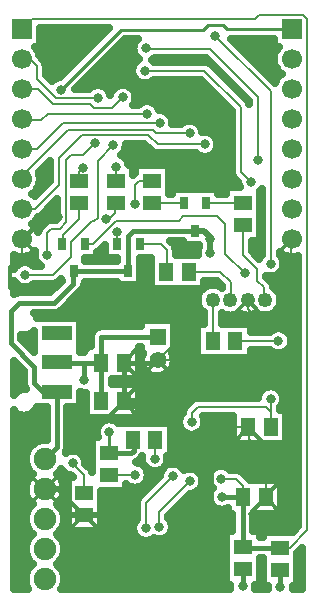
<source format=gbr>
G04 DipTrace 3.0.0.1*
G04 Bottom.gbr*
%MOIN*%
G04 #@! TF.FileFunction,Copper,L2,Bot*
G04 #@! TF.Part,Single*
G04 #@! TA.AperFunction,Conductor*
%ADD10C,0.01*%
%ADD14C,0.016*%
%ADD15C,0.007*%
%ADD16C,0.015*%
G04 #@! TA.AperFunction,CopperBalancing*
%ADD17C,0.025*%
G04 #@! TA.AperFunction,Conductor*
%ADD18C,0.02*%
%ADD19C,0.014*%
%ADD21C,0.011*%
G04 #@! TA.AperFunction,CopperBalancing*
%ADD22C,0.012992*%
%ADD23R,0.051181X0.059055*%
%ADD24R,0.059055X0.051181*%
G04 #@! TA.AperFunction,ComponentPad*
%ADD25R,0.066929X0.066929*%
%ADD26C,0.066929*%
%ADD29R,0.025591X0.041339*%
%ADD32R,0.098425X0.047244*%
G04 #@! TA.AperFunction,ComponentPad*
%ADD42C,0.074803*%
%ADD43R,0.055118X0.055118*%
%ADD44C,0.055118*%
%ADD47C,0.049213*%
G04 #@! TA.AperFunction,ViaPad*
%ADD48C,0.031496*%
%FSLAX26Y26*%
G04*
G70*
G90*
G75*
G01*
G04 Bottom*
%LPD*%
X798163Y1185040D2*
D14*
Y1056562D1*
X798032Y1056431D1*
X798163Y1185040D2*
X902494D1*
X910368Y1192914D1*
X1210682Y1393116D2*
D15*
Y1364252D1*
X1228347Y1346588D1*
X1329134D1*
X1355118Y1372572D1*
Y1593570D1*
X1358530Y1596982D1*
X866667Y1055774D2*
D18*
Y1016011D1*
X867192Y1015486D1*
X866667Y1055774D2*
X798688D1*
X798032Y1056431D1*
X867192Y1015486D2*
Y1021391D1*
X849082Y1039502D1*
X814961D1*
X798032Y1056431D1*
X534777Y763124D2*
X582546D1*
X592782Y752887D1*
Y695538D1*
X611418Y676903D1*
X666404D1*
X666929Y676378D1*
X713911D1*
X754462Y635827D1*
X793570Y636746D2*
X755381D1*
X754462Y635827D1*
X1271785Y800131D2*
D15*
Y738583D1*
X1270735Y737533D1*
X1271785Y800131D2*
Y871916D1*
X1214305Y929397D1*
Y969554D1*
X1212861Y970998D1*
X1069948Y991076D2*
X1133990D1*
X1153806Y971260D1*
X1212599D1*
X1212861Y970998D1*
X793570Y636746D2*
Y512861D1*
X834252Y472179D1*
X989895D1*
X1018767Y501050D1*
Y628740D1*
X1016667Y630840D1*
X1094095Y629790D2*
Y966929D1*
X1069948Y991076D1*
X867192Y1015486D2*
D10*
X947769D1*
X970341Y992914D1*
Y956956D1*
X1014830Y912467D1*
X1048425D1*
X1070998Y935040D1*
Y990026D1*
X1069948Y991076D1*
X910368Y1192914D2*
D15*
X1355118D1*
Y1372572D1*
X458399Y1596982D2*
Y1543701D1*
X417454Y1502756D1*
D19*
Y1434646D1*
D15*
X425066Y1427034D1*
X559711D1*
X568898Y1436221D1*
X666929D2*
X940814D1*
X988977Y1388058D1*
Y1271523D1*
X910368Y1192914D1*
X578609Y1668898D2*
D16*
X530315D1*
X458399Y1596982D1*
X1146457Y940945D2*
D15*
Y961698D1*
X1154912Y970154D1*
X1153806Y971260D1*
X1195932Y737533D2*
D14*
X1125328D1*
X1319554Y567717D2*
X1197638D1*
X1194620Y570735D1*
Y736221D1*
X1195932Y737533D1*
D15*
Y773885D1*
X1171129Y798688D1*
X1121654D1*
X1319554Y567717D2*
X1350788D1*
X1409843Y626772D1*
Y2330315D1*
X1396719Y2343439D1*
X1247900D1*
X1235171Y2330709D1*
X492126D1*
X458399Y2296982D1*
X749607Y809843D2*
X834908D1*
X835433Y810368D1*
X749607Y884646D2*
D14*
Y882546D1*
X821391D1*
X830840Y891995D1*
Y928215D1*
X827822D1*
X749607Y884646D2*
D10*
Y953675D1*
X901313Y864567D2*
D15*
Y926903D1*
X902625Y928215D1*
X627822Y850000D2*
Y847376D1*
X665486Y809711D1*
Y752625D1*
X666929Y751181D1*
X574935Y1087664D2*
D14*
Y903281D1*
X534777Y863124D1*
X574935Y1087664D2*
X527953D1*
X499213Y1116404D1*
Y1171654D1*
X420866Y1250000D1*
Y1357087D1*
X448294Y1384515D1*
X566273D1*
X630184Y1448425D1*
Y1489239D1*
X630840Y1489895D1*
X812992D1*
X813386Y1490289D1*
X1358530Y2296982D2*
D21*
X1142126D1*
X1128478Y2310630D1*
X1078347D1*
X1063124Y2295407D1*
X789239D1*
X587795Y2093963D1*
X1034515Y1625197D2*
D16*
X830315D1*
X812861Y1607743D1*
Y1490814D1*
X813386Y1490289D1*
X1085958Y1551444D2*
D18*
Y1596588D1*
X1086352Y1596982D1*
Y1604462D1*
X1065617Y1625197D1*
X1034515D1*
X542520Y1544095D2*
D15*
Y1617192D1*
X556693Y1631365D1*
X585040D1*
X606037Y1652362D1*
Y1860368D1*
X622047Y1876378D1*
X661286D1*
X702362Y1917454D1*
X468767Y1477691D2*
X562205D1*
X621785Y1537271D1*
Y1587008D1*
X691864Y1657087D1*
X699607D1*
X710499Y1667979D1*
Y1858137D1*
X762467Y1910105D1*
X1288320Y1514567D2*
Y2088845D1*
X1103412Y2273753D1*
X1194488Y1642257D2*
Y1545013D1*
X1243045Y1496457D1*
Y1458005D1*
X1265486Y1435565D1*
Y1396206D1*
X1268561Y1393131D1*
X668242Y1580446D2*
X695932D1*
X773229Y1657743D1*
X981759D1*
X996194Y1672179D1*
X1108268D1*
X1134777Y1645670D1*
Y1548163D1*
X1200788Y1482152D1*
X1313517Y1257612D2*
X1169685D1*
X1169160Y1258137D1*
X1319554Y492914D2*
D14*
X1319685Y438452D1*
X1194882Y440420D2*
Y495670D1*
X1194620Y495932D1*
X871260Y632546D2*
D15*
Y715879D1*
X961811Y806431D1*
X916273Y637795D2*
Y687795D1*
X1018504Y790026D1*
X1023885Y986877D2*
Y1016536D1*
X1043832Y1036483D1*
X1272047D1*
X1287402Y1021129D1*
Y971260D1*
X1287664Y970998D1*
X1287795Y1063649D2*
Y970866D1*
X1014830Y1487008D2*
X1120210D1*
X1154856Y1452362D1*
Y1395175D1*
X1152813Y1393131D1*
X1071916Y1715748D2*
X1193176D1*
X1194488Y1717061D1*
X1094357Y1258137D2*
Y1392550D1*
X1094939Y1393131D1*
X850788Y1580840D2*
X921260D1*
X940551Y1561549D1*
Y1487533D1*
X940026Y1487008D1*
X893045Y1791208D2*
X849738D1*
X835302Y1776772D1*
Y1712861D1*
X834646Y1712205D1*
X771391Y1791732D2*
Y1836746D1*
X772047Y1837402D1*
X648688Y1790289D2*
Y1819685D1*
X662467Y1833465D1*
X775984Y1580840D2*
Y1619160D1*
X776772Y1619948D1*
X737533Y1664961D2*
X749475D1*
X769423Y1684908D1*
Y1714961D1*
X771391Y1716929D1*
X648688Y1715486D2*
Y1664042D1*
X595407Y1610761D1*
Y1582415D1*
X593439Y1580446D1*
X893045Y1716404D2*
X996457D1*
X997113Y1715748D1*
X458399Y2196982D2*
X485040D1*
X507349Y2174672D1*
Y2130840D1*
X571654Y2066536D1*
X710761D1*
X712599Y2068373D1*
X458399Y2096982D2*
X511680D1*
X562467Y2046194D1*
X685958D1*
X699738Y2032415D1*
X757874D1*
X794882Y2069423D1*
X458399Y1996982D2*
Y1992520D1*
X522966D1*
X544751Y2014305D1*
X875984D1*
X458399Y1896982D2*
X507481D1*
X594357Y1983858D1*
X918373D1*
X458399Y1796982D2*
Y1805774D1*
X613517Y1960893D1*
X894620D1*
X906431Y1949082D1*
X1017454D1*
X458399Y1696982D2*
X501706D1*
X583202Y1778478D1*
Y1868635D1*
X659318Y1944751D1*
X879265D1*
X911680Y1912336D1*
X1067454D1*
X574935Y1186089D2*
D14*
X665617Y1185040D1*
X723360D1*
Y1056562D1*
X723229Y1056431D1*
X723360Y1185040D2*
Y1271654D1*
X910368D1*
X665617Y1126903D2*
Y1185040D1*
X1246194Y1861286D2*
D15*
Y2069816D1*
X1085302Y2230709D1*
X873753D1*
X872310Y2232152D1*
X867979Y2158268D2*
X1066536D1*
X1188189Y2036614D1*
Y1821129D1*
X1222310Y1787008D1*
D48*
X568898Y1436221D3*
X666929D3*
X578609Y1668898D3*
X1146457Y940945D3*
X1125328Y737533D3*
X1121654Y798688D3*
X835433Y810368D3*
X749607Y953675D3*
X901313Y864567D3*
X627822Y850000D3*
X587795Y2093963D3*
X542520Y1544095D3*
X702362Y1917454D3*
X468767Y1477691D3*
X762467Y1910105D3*
X1288320Y1514567D3*
X1103412Y2273753D3*
X1200788Y1482152D3*
X1313517Y1257612D3*
X1319685Y438452D3*
X1194882Y440420D3*
X871260Y632546D3*
X961811Y806431D3*
X916273Y637795D3*
X1018504Y790026D3*
X1023885Y986877D3*
X1287795Y1063649D3*
X834646Y1712205D3*
X772047Y1837402D3*
X662467Y1833465D3*
X776772Y1619948D3*
X737533Y1664961D3*
X712599Y2068373D3*
X794882Y2069423D3*
X875984Y2014305D3*
X918373Y1983858D3*
X1017454Y1949082D3*
X1067454Y1912336D3*
X665617Y1126903D3*
X1246194Y1861286D3*
X872310Y2232152D3*
X867979Y2158268D3*
X1222310Y1787008D3*
X793570Y636746D3*
X754462Y635827D3*
X866667Y1055774D3*
X867192Y1015486D3*
X1271785Y800131D3*
X1069948Y991076D3*
X1016667Y630840D3*
X1094095Y629790D3*
X1086352Y1596982D3*
X1085958Y1551444D3*
X520884Y2299836D2*
D17*
X745913D1*
X520884Y2274967D2*
X721059D1*
X520884Y2250099D2*
X696157D1*
X791684D2*
X831557D1*
X1172007D2*
X1296059D1*
X513804Y2225230D2*
X671304D1*
X766831D2*
X828139D1*
X1196860D2*
X1303139D1*
X526597Y2200361D2*
X646450D1*
X741929D2*
X842007D1*
X902622D2*
X1070718D1*
X1221714D2*
X1296157D1*
X539829Y2175492D2*
X621548D1*
X717075D2*
X826919D1*
X1246616D2*
X1300063D1*
X539829Y2150624D2*
X596694D1*
X692222D2*
X823940D1*
X1271470D2*
X1317983D1*
X667319Y2125755D2*
X838491D1*
X897446D2*
X1054116D1*
X642466Y2100886D2*
X683120D1*
X742075D2*
X764175D1*
X825571D2*
X1078970D1*
X839097Y2076017D2*
X1103872D1*
X835483Y2051149D2*
X852839D1*
X899155D2*
X1128725D1*
X918979Y2026280D2*
X1153579D1*
X959311Y2001411D2*
X1155679D1*
X1052085Y1976542D2*
X1155679D1*
X1085386Y1951673D2*
X1155679D1*
X1109653Y1926805D2*
X1155679D1*
X806430Y1901936D2*
X877163D1*
X1110923D2*
X1155679D1*
X791294Y1877067D2*
X1041714D1*
X1093198D2*
X1155679D1*
X814097Y1852198D2*
X1155679D1*
X524888Y1827330D2*
X550698D1*
X951597D2*
X1155679D1*
X520591Y1802461D2*
X550698D1*
X951597D2*
X1162222D1*
X517661Y1777592D2*
X537368D1*
X951597D2*
X1178628D1*
X501352Y1752723D2*
X512518D1*
X1113706D2*
X1135952D1*
X552622Y1702986D2*
X573550D1*
X527768Y1678117D2*
X573550D1*
X501938Y1653248D2*
X533657D1*
X967710Y1578642D2*
X992739D1*
X1226987D2*
X1255825D1*
X712143Y1553773D2*
X734194D1*
X973032D2*
X1041274D1*
X1230649D2*
X1255825D1*
X433725Y1528904D2*
X500600D1*
X672641D2*
X771597D1*
X855161D2*
X885415D1*
X1330552D2*
X1377358D1*
X855161Y1504036D2*
X885415D1*
X1331723D2*
X1377358D1*
X855161Y1479167D2*
X885415D1*
X1313901D2*
X1377358D1*
X672641Y1454298D2*
X771597D1*
X855161D2*
X885415D1*
X1069419D2*
X1107973D1*
X1291440D2*
X1377358D1*
X433725Y1429429D2*
X559878D1*
X661460D2*
X1056460D1*
X1307016D2*
X1377358D1*
X637632Y1404561D2*
X1042641D1*
X1320884D2*
X1377358D1*
X612729Y1379692D2*
X1043130D1*
X1320347D2*
X1377358D1*
X586362Y1354823D2*
X1058608D1*
X1304917D2*
X1377358D1*
X653159Y1329954D2*
X1061880D1*
X1126841D2*
X1377358D1*
X653159Y1305086D2*
X712319D1*
X966929D2*
X1039761D1*
X1223764D2*
X1377358D1*
X488559Y1280217D2*
X496738D1*
X653159D2*
X687417D1*
X966929D2*
X1039761D1*
X1351694D2*
X1377358D1*
X466831Y1255348D2*
X496743D1*
X653159D2*
X686343D1*
X966929D2*
X1039761D1*
X1358188D2*
X1377358D1*
X653159Y1230479D2*
X668764D1*
X966929D2*
X1039761D1*
X1348423D2*
X1377358D1*
X965415Y1205610D2*
X1039761D1*
X1223764D2*
X1377358D1*
X965561Y1180742D2*
X1377358D1*
X433725Y1155873D2*
X462222D1*
X852768D2*
X868472D1*
X952231D2*
X1377358D1*
X433725Y1131004D2*
X462222D1*
X852768D2*
X1377358D1*
X433725Y1106135D2*
X463784D1*
X852622D2*
X1377358D1*
X653159Y1081267D2*
X668618D1*
X852622D2*
X1246889D1*
X1328696D2*
X1377358D1*
X653159Y1056398D2*
X668618D1*
X852622D2*
X1018813D1*
X1331919D2*
X1377358D1*
X508237Y1031529D2*
X537954D1*
X611948D2*
X668618D1*
X852622D2*
X995376D1*
X1320298D2*
X1377358D1*
X433725Y1006660D2*
X537954D1*
X611948D2*
X668618D1*
X852622D2*
X984048D1*
X1342270D2*
X1377358D1*
X433725Y981792D2*
X537954D1*
X611948D2*
X715591D1*
X957212D2*
X979458D1*
X1068345D2*
X1158266D1*
X1342270D2*
X1377358D1*
X433725Y956923D2*
X537954D1*
X611948D2*
X704995D1*
X957212D2*
X991567D1*
X1056186D2*
X1158266D1*
X1342270D2*
X1377358D1*
X433725Y932054D2*
X537954D1*
X611948D2*
X691079D1*
X957212D2*
X1158266D1*
X1342270D2*
X1377358D1*
X433725Y907185D2*
X486001D1*
X611948D2*
X691079D1*
X957212D2*
X1377358D1*
X433725Y882316D2*
X471304D1*
X657554D2*
X691079D1*
X957212D2*
X1377358D1*
X433725Y857448D2*
X468618D1*
X671909D2*
X691059D1*
X847544D2*
X857191D1*
X945444D2*
X1377358D1*
X433725Y832579D2*
X476138D1*
X997495D2*
X1093911D1*
X1149399D2*
X1377358D1*
X433725Y807710D2*
X486489D1*
X583042D2*
X622573D1*
X880112D2*
X917104D1*
X1059360D2*
X1077893D1*
X1207016D2*
X1377358D1*
X433725Y782841D2*
X471499D1*
X598081D2*
X608389D1*
X870005D2*
X893276D1*
X1062632D2*
X1079995D1*
X1325327D2*
X1377358D1*
X433725Y757973D2*
X468569D1*
X808139D2*
X868423D1*
X1048520D2*
X1085854D1*
X1325327D2*
X1377358D1*
X433725Y733104D2*
X475845D1*
X593686D2*
X608413D1*
X725473D2*
X844204D1*
X1006528D2*
X1080825D1*
X1325327D2*
X1377358D1*
X433725Y708235D2*
X487026D1*
X582554D2*
X608413D1*
X725473D2*
X838784D1*
X981626D2*
X1092397D1*
X1325327D2*
X1377358D1*
X433725Y683366D2*
X471645D1*
X597886D2*
X608414D1*
X725473D2*
X838784D1*
X956772D2*
X1141323D1*
X1325327D2*
X1377358D1*
X433725Y658498D2*
X468520D1*
X725473D2*
X835415D1*
X955600D2*
X1157632D1*
X1231626D2*
X1377358D1*
X433725Y633629D2*
X475600D1*
X593979D2*
X608413D1*
X725473D2*
X826528D1*
X960825D2*
X1157632D1*
X1231626D2*
X1371792D1*
X433725Y608760D2*
X487563D1*
X582016D2*
X833852D1*
X949448D2*
X1136098D1*
X1253159D2*
X1261021D1*
X433725Y583891D2*
X471841D1*
X597690D2*
X1136098D1*
X433725Y559023D2*
X468520D1*
X601059D2*
X1136098D1*
X433725Y534154D2*
X475307D1*
X594223D2*
X1136098D1*
X1378061D2*
X1389111D1*
X433725Y509285D2*
X488100D1*
X581479D2*
X1136098D1*
X1253159D2*
X1261021D1*
X1378061D2*
X1389111D1*
X433725Y484416D2*
X472036D1*
X597544D2*
X1136098D1*
X1253159D2*
X1261021D1*
X1378061D2*
X1389111D1*
X433725Y459547D2*
X468472D1*
X601059D2*
X1136098D1*
X1253159D2*
X1261021D1*
X1378061D2*
X1389111D1*
X433725Y434679D2*
X475063D1*
X594516D2*
X1150503D1*
X1239243D2*
X1275112D1*
X1364243D2*
X1389126D1*
X1218597Y793561D2*
X1322826D1*
Y681505D1*
X1229125D1*
X1229120Y622793D1*
X1250647Y622826D1*
Y602171D1*
X1263507Y602217D1*
X1263527Y619807D1*
X1360450D1*
X1379843Y639272D1*
X1379752Y1540898D1*
X1372590Y1538689D1*
X1365209Y1537390D1*
X1357723Y1537023D1*
X1350249Y1537592D1*
X1342905Y1539089D1*
X1335805Y1541490D1*
X1329060Y1544759D1*
X1322776Y1548843D1*
X1318322Y1552510D1*
X1318321Y1544363D1*
X1322500Y1539400D1*
X1325964Y1533747D1*
X1328501Y1527623D1*
X1330048Y1521176D1*
X1330568Y1514567D1*
X1330048Y1507958D1*
X1328501Y1501512D1*
X1325964Y1495387D1*
X1322500Y1489734D1*
X1318194Y1484693D1*
X1313153Y1480388D1*
X1307501Y1476924D1*
X1301376Y1474387D1*
X1294929Y1472839D1*
X1288320Y1472319D1*
X1281711Y1472839D1*
X1275265Y1474387D1*
X1273040Y1475208D1*
X1273097Y1470380D1*
X1288298Y1455048D1*
X1292216Y1449184D1*
X1294657Y1442568D1*
X1295394Y1437909D1*
X1298596Y1434461D1*
X1304694Y1429253D1*
X1309902Y1423155D1*
X1314093Y1416317D1*
X1317161Y1408908D1*
X1319034Y1401110D1*
X1319663Y1393116D1*
X1319034Y1385121D1*
X1317161Y1377323D1*
X1314093Y1369914D1*
X1309902Y1363076D1*
X1304694Y1356978D1*
X1298596Y1351770D1*
X1291758Y1347580D1*
X1284349Y1344511D1*
X1276551Y1342639D1*
X1268557Y1342009D1*
X1260562Y1342639D1*
X1252764Y1344511D1*
X1245355Y1347580D1*
X1239651Y1351012D1*
X1232713Y1347002D1*
X1225734Y1344276D1*
X1218430Y1342600D1*
X1210960Y1342010D1*
X1203484Y1342519D1*
X1196163Y1344115D1*
X1189154Y1346765D1*
X1181765Y1350995D1*
X1176010Y1347580D1*
X1168601Y1344511D1*
X1160803Y1342639D1*
X1152808Y1342009D1*
X1144814Y1342639D1*
X1137016Y1344511D1*
X1129607Y1347580D1*
X1124346Y1350716D1*
X1124357Y1314181D1*
X1221251Y1314164D1*
Y1287650D1*
X1283797Y1287612D1*
X1288685Y1291791D1*
X1294337Y1295255D1*
X1300462Y1297792D1*
X1306908Y1299340D1*
X1313517Y1299860D1*
X1320126Y1299340D1*
X1326573Y1297792D1*
X1332697Y1295255D1*
X1338350Y1291791D1*
X1343391Y1287486D1*
X1347697Y1282445D1*
X1351161Y1276792D1*
X1353698Y1270667D1*
X1355245Y1264221D1*
X1355765Y1257612D1*
X1355245Y1251003D1*
X1353698Y1244556D1*
X1351161Y1238432D1*
X1347697Y1232779D1*
X1343391Y1227738D1*
X1338350Y1223432D1*
X1332697Y1219968D1*
X1326573Y1217431D1*
X1320126Y1215884D1*
X1313517Y1215364D1*
X1306908Y1215884D1*
X1300462Y1217431D1*
X1294337Y1219968D1*
X1288685Y1223432D1*
X1283786Y1227606D1*
X1221281Y1227612D1*
X1221251Y1202109D1*
X1042267D1*
Y1314164D1*
X1064386D1*
X1064357Y1352131D1*
X1058797Y1356978D1*
X1053589Y1363076D1*
X1049398Y1369914D1*
X1046329Y1377323D1*
X1044457Y1385121D1*
X1043828Y1393116D1*
X1044457Y1401110D1*
X1046329Y1408908D1*
X1049398Y1416317D1*
X1053589Y1423155D1*
X1058797Y1429253D1*
X1060673Y1430988D1*
X887936Y1430980D1*
Y1533665D1*
X852730Y1533671D1*
X852682Y1443119D1*
X774091D1*
Y1455375D1*
X670170Y1455395D1*
X670136Y1442726D1*
X664227D1*
X662058Y1435223D1*
X659600Y1430399D1*
X656418Y1426019D1*
X590668Y1360119D1*
X586552Y1356604D1*
X581936Y1353775D1*
X576934Y1351703D1*
X571670Y1350439D1*
X566273Y1350015D1*
X499135D1*
X504368Y1343051D1*
X507518Y1336869D1*
X508339Y1334642D1*
X650647Y1334637D1*
Y1219756D1*
X665830Y1219539D1*
X671269Y1229012D1*
Y1241067D1*
X688896D1*
X688966Y1274361D1*
X689813Y1279708D1*
X691486Y1284856D1*
X693944Y1289680D1*
X697126Y1294060D1*
X700954Y1297888D1*
X705334Y1301070D1*
X710157Y1303528D1*
X715306Y1305201D1*
X720653Y1306047D1*
X856319Y1306154D1*
X856309Y1325713D1*
X964427D1*
Y1217595D1*
X958421D1*
X961725Y1209790D1*
X963565Y1202525D1*
X964383Y1195076D1*
X964196Y1187921D1*
X962988Y1180525D1*
X960769Y1173367D1*
X957582Y1166584D1*
X953487Y1160308D1*
X948563Y1154658D1*
X942906Y1149744D1*
X936623Y1145659D1*
X929836Y1142482D1*
X922675Y1140274D1*
X915277Y1139078D1*
X907784Y1138916D1*
X900342Y1139792D1*
X893092Y1141689D1*
X886174Y1144571D1*
X879721Y1148381D1*
X873857Y1153047D1*
X868694Y1158479D1*
X864333Y1164573D1*
X860856Y1171212D1*
X858330Y1178267D1*
X856805Y1185605D1*
X856309Y1193082D1*
X856852Y1200556D1*
X858423Y1207884D1*
X860992Y1214924D1*
X862278Y1217588D1*
X856309Y1217595D1*
Y1237175D1*
X850254Y1236067D1*
Y1129012D1*
X757861D1*
X757860Y1112432D1*
X850122Y1112458D1*
Y1000403D1*
X745941Y1000413D1*
X746292Y995793D1*
X752921D1*
X759469Y994755D1*
X765774Y992707D1*
X771681Y989697D1*
X777044Y985800D1*
X778729Y984244D1*
X954715Y984243D1*
Y872188D1*
X942850D1*
X943561Y864567D1*
X943040Y857958D1*
X941493Y851512D1*
X938956Y845387D1*
X934938Y839032D1*
X939737Y842453D1*
X945644Y845463D1*
X951949Y847511D1*
X958496Y848548D1*
X965126D1*
X971674Y847511D1*
X977979Y845463D1*
X983886Y842453D1*
X989249Y838556D1*
X993937Y833869D1*
X998536Y827250D1*
X1005449Y830207D1*
X1011895Y831754D1*
X1018504Y832274D1*
X1025113Y831754D1*
X1031560Y830207D1*
X1037684Y827670D1*
X1043337Y824206D1*
X1048378Y819900D1*
X1052684Y814859D1*
X1056147Y809207D1*
X1058684Y803082D1*
X1060232Y796636D1*
X1060752Y790026D1*
X1060232Y783417D1*
X1058684Y776971D1*
X1056147Y770846D1*
X1052684Y765194D1*
X1048378Y760153D1*
X1043337Y755847D1*
X1037684Y752383D1*
X1031560Y749846D1*
X1025113Y748299D1*
X1018698Y747786D1*
X946273Y675295D1*
Y667532D1*
X950453Y662628D1*
X953916Y656976D1*
X956453Y650851D1*
X958001Y644405D1*
X958521Y637795D1*
X958001Y631186D1*
X956453Y624740D1*
X953916Y618615D1*
X950453Y612963D1*
X946147Y607922D1*
X941106Y603616D1*
X935453Y600152D1*
X929329Y597615D1*
X922882Y596068D1*
X916273Y595547D1*
X909664Y596068D1*
X903218Y597615D1*
X897928Y599767D1*
X890440Y594903D1*
X884315Y592366D1*
X877869Y590818D1*
X871260Y590298D1*
X864651Y590818D1*
X858205Y592366D1*
X852080Y594903D1*
X846427Y598367D1*
X841386Y602672D1*
X837081Y607713D1*
X833617Y613366D1*
X831080Y619491D1*
X829532Y625937D1*
X829012Y632546D1*
X829532Y639155D1*
X831080Y645602D1*
X833617Y651726D1*
X837081Y657379D1*
X841254Y662277D1*
X841352Y718233D1*
X842728Y725150D1*
X845681Y731555D1*
X850047Y737093D1*
X919549Y806595D1*
X920083Y813040D1*
X921631Y819486D1*
X924168Y825611D1*
X928185Y831966D1*
X923387Y828545D1*
X917480Y825535D1*
X911175Y823486D1*
X904627Y822449D1*
X897998D1*
X891450Y823486D1*
X885145Y825535D1*
X879238Y828545D1*
X873875Y832441D1*
X869187Y837129D1*
X865290Y842493D1*
X862280Y848400D1*
X860232Y854705D1*
X859195Y861252D1*
Y867882D1*
X859784Y872180D1*
X858751Y871716D1*
X855235Y867600D1*
X843797Y856312D1*
X838748Y852485D1*
X845296Y851448D1*
X851601Y849400D1*
X857508Y846390D1*
X862871Y842493D1*
X867559Y837806D1*
X871456Y832442D1*
X874465Y826535D1*
X876514Y820230D1*
X877551Y813682D1*
Y807053D1*
X876514Y800505D1*
X874465Y794200D1*
X871456Y788293D1*
X867559Y782930D1*
X862871Y778242D1*
X857508Y774345D1*
X851601Y771336D1*
X845296Y769287D1*
X838748Y768250D1*
X832119D1*
X825571Y769287D1*
X819266Y771336D1*
X813359Y774345D1*
X807995Y778242D1*
X806273Y779834D1*
X805634Y774433D1*
Y757752D1*
X722968D1*
X722957Y624288D1*
X610902D1*
Y803272D1*
X629505D1*
X624507Y807882D1*
X617959Y808919D1*
X611654Y810968D1*
X605747Y813978D1*
X600384Y817875D1*
X595696Y822562D1*
X591799Y827926D1*
X590065Y831067D1*
X583368Y821623D1*
X576278Y814532D1*
X574539Y813161D1*
X580791Y807465D1*
X587139Y799752D1*
X592208Y791143D1*
X595873Y781850D1*
X598045Y772099D1*
X598679Y763124D1*
X597898Y753164D1*
X595574Y743449D1*
X591765Y734214D1*
X586563Y725685D1*
X580095Y718072D1*
X574561Y713118D1*
X579962Y708309D1*
X586475Y700684D1*
X591714Y692134D1*
X595551Y682870D1*
X597892Y673120D1*
X598679Y663124D1*
X597892Y653127D1*
X595551Y643377D1*
X591714Y634113D1*
X586475Y625563D1*
X579962Y617938D1*
X574539Y613161D1*
X579962Y608309D1*
X586475Y600684D1*
X591714Y592134D1*
X595551Y582870D1*
X597892Y573120D1*
X598679Y563124D1*
X597892Y553127D1*
X595551Y543377D1*
X591714Y534113D1*
X586475Y525563D1*
X579962Y517938D1*
X574539Y513161D1*
X579962Y508309D1*
X586475Y500684D1*
X591714Y492134D1*
X595551Y482870D1*
X597892Y473120D1*
X598679Y463124D1*
X597892Y453127D1*
X595551Y443377D1*
X591714Y434113D1*
X590076Y431189D1*
X1153613Y431201D1*
X1152634Y440420D1*
X1152778Y443851D1*
X1138592Y443841D1*
Y622826D1*
X1160125D1*
X1160120Y681526D1*
X1143841Y681505D1*
Y699523D1*
X1135191Y696452D1*
X1128643Y695415D1*
X1122014D1*
X1115466Y696452D1*
X1109161Y698501D1*
X1103254Y701511D1*
X1097890Y705407D1*
X1093203Y710095D1*
X1089306Y715458D1*
X1086296Y721365D1*
X1084248Y727670D1*
X1083211Y734218D1*
Y740848D1*
X1084248Y747396D1*
X1086296Y753701D1*
X1089306Y759608D1*
X1094478Y766351D1*
X1089528Y771250D1*
X1085631Y776613D1*
X1082622Y782520D1*
X1080573Y788825D1*
X1079536Y795373D1*
Y802003D1*
X1080573Y808550D1*
X1082622Y814855D1*
X1085631Y820762D1*
X1089528Y826126D1*
X1094216Y830814D1*
X1099579Y834710D1*
X1105486Y837720D1*
X1111791Y839769D1*
X1118339Y840806D1*
X1124968D1*
X1131516Y839769D1*
X1137821Y837720D1*
X1143728Y834710D1*
X1149092Y830814D1*
X1151385Y828694D1*
X1173483Y828595D1*
X1180399Y827220D1*
X1186804Y824267D1*
X1192342Y819901D1*
X1217151Y795091D1*
X745973Y1000403D2*
X671138D1*
Y1085022D1*
X662302Y1084785D1*
X655754Y1085822D1*
X650653Y1087427D1*
X650647Y1037542D1*
X609387D1*
X609328Y900574D1*
X608481Y895227D1*
X606809Y890078D1*
X604345Y885246D1*
X611654Y889032D1*
X617959Y891081D1*
X624507Y892118D1*
X631136D1*
X637684Y891081D1*
X643989Y889032D1*
X649896Y886023D1*
X655260Y882126D1*
X659947Y877438D1*
X663844Y872075D1*
X666854Y866168D1*
X668902Y859863D1*
X669940Y853315D1*
X669978Y847657D1*
X688298Y829195D1*
X692216Y823331D1*
X693579Y820252D1*
Y936736D1*
X710913D1*
X708526Y943812D1*
X707489Y950360D1*
Y956989D1*
X708526Y963537D1*
X710574Y969842D1*
X713584Y975749D1*
X717481Y981113D1*
X722169Y985800D1*
X727532Y989697D1*
X733439Y992707D1*
X739744Y994755D1*
X746292Y995793D1*
X1317752Y1027025D2*
X1339755D1*
Y914970D1*
X1160771D1*
Y1006484D1*
X1061354Y1006483D1*
X1064065Y999932D1*
X1065613Y993486D1*
X1066133Y986877D1*
X1065613Y980268D1*
X1064065Y973821D1*
X1061528Y967697D1*
X1058064Y962044D1*
X1053759Y957003D1*
X1048717Y952697D1*
X1043065Y949234D1*
X1036940Y946697D1*
X1030494Y945149D1*
X1023885Y944629D1*
X1017276Y945149D1*
X1010829Y946697D1*
X1004705Y949234D1*
X999052Y952697D1*
X994011Y957003D1*
X989705Y962044D1*
X986241Y967697D1*
X983704Y973821D1*
X982157Y980268D1*
X981637Y986877D1*
X982157Y993486D1*
X983704Y999932D1*
X986241Y1006057D1*
X989705Y1011710D1*
X993879Y1016608D1*
X994713Y1023539D1*
X997154Y1030155D1*
X1001072Y1036019D1*
X1024349Y1059295D1*
X1030213Y1063213D1*
X1036829Y1065654D1*
X1043832Y1066483D1*
X1245639D1*
X1246715Y1073511D1*
X1248763Y1079816D1*
X1251773Y1085723D1*
X1255670Y1091086D1*
X1260358Y1095774D1*
X1265721Y1099671D1*
X1271628Y1102681D1*
X1277933Y1104729D1*
X1284481Y1105766D1*
X1291110D1*
X1297658Y1104729D1*
X1303963Y1102681D1*
X1309870Y1099671D1*
X1315233Y1095774D1*
X1319921Y1091086D1*
X1323818Y1085723D1*
X1326828Y1079816D1*
X1328876Y1073511D1*
X1329913Y1066963D1*
Y1060334D1*
X1328876Y1053786D1*
X1326828Y1047481D1*
X1323818Y1041574D1*
X1319921Y1036211D1*
X1317801Y1033917D1*
X518364Y2300745D2*
Y2237017D1*
X503081D1*
X509527Y2228313D1*
X513799Y2219929D1*
X516707Y2210980D1*
X517514Y2206922D1*
X530162Y2194156D1*
X534080Y2188292D1*
X536521Y2181676D1*
X537349Y2174672D1*
X537401Y2143214D1*
X557323Y2123293D1*
X562963Y2128143D1*
X568615Y2131607D1*
X574740Y2134144D1*
X581186Y2135691D1*
X584675Y2136089D1*
X749299Y2300722D1*
X518325Y2300709D1*
X518179Y1792277D2*
X516707Y1782983D1*
X513799Y1774034D1*
X509527Y1765650D1*
X503997Y1758038D1*
X497343Y1751384D1*
X491459Y1747008D1*
X497343Y1742579D1*
X501213Y1738938D1*
X553202Y1790978D1*
Y1858117D1*
X514129Y1819078D1*
X516707Y1810980D1*
X518179Y1801687D1*
Y1792277D1*
X511118Y1668491D2*
X506912Y1661736D1*
X500801Y1654580D1*
X493645Y1648469D1*
X491459Y1647008D1*
X499237Y1640891D1*
X504395Y1635454D1*
X508835Y1629415D1*
X512903Y1621954D1*
X514804Y1628672D1*
X518249Y1634825D1*
X521307Y1638405D1*
X537210Y1654177D1*
X543073Y1658095D1*
X549690Y1660536D1*
X556693Y1661365D1*
X572665Y1661417D1*
X576037Y1664862D1*
Y1728876D1*
X521190Y1674170D1*
X515326Y1670252D1*
X513178Y1669262D1*
X501909Y1555731D2*
X494860Y1549376D1*
X488636Y1545199D1*
X481940Y1541831D1*
X474877Y1539326D1*
X467555Y1537720D1*
X460091Y1537041D1*
X452600Y1537298D1*
X445200Y1538488D1*
X438006Y1540591D1*
X431193Y1543546D1*
X431201Y1497019D1*
X434587Y1502523D1*
X438893Y1507564D1*
X443934Y1511870D1*
X449586Y1515334D1*
X455711Y1517871D1*
X462158Y1519418D1*
X468767Y1519939D1*
X475376Y1519418D1*
X481822Y1517871D1*
X487947Y1515334D1*
X493599Y1511870D1*
X498498Y1507696D1*
X521062Y1507691D1*
X515082Y1511969D1*
X510394Y1516657D1*
X506498Y1522020D1*
X503488Y1527927D1*
X501439Y1534232D1*
X500402Y1540780D1*
Y1547409D1*
X501949Y1555766D1*
X1313856Y2237017D2*
X1298566D1*
Y2264996D1*
X1154575Y2264982D1*
X1302133Y2117460D1*
X1305102Y2124205D1*
X1310018Y2132228D1*
X1316129Y2139383D1*
X1323284Y2145494D1*
X1325471Y2146955D1*
X1319587Y2151384D1*
X1312933Y2158038D1*
X1307402Y2165650D1*
X1303130Y2174034D1*
X1300223Y2182983D1*
X1298751Y2192277D1*
Y2201687D1*
X1300223Y2210980D1*
X1303130Y2219929D1*
X1307402Y2228313D1*
X1312933Y2235926D1*
X1313944Y2237020D1*
X970318Y1762917D2*
X1111212D1*
Y1745779D1*
X1138469Y1745748D1*
X1138461Y1769151D1*
X1184018D1*
X1181229Y1777145D1*
X1180192Y1783693D1*
X1180070Y1786814D1*
X1165377Y1801645D1*
X1161459Y1807509D1*
X1159018Y1814125D1*
X1158189Y1821129D1*
X1158137Y2024240D1*
X1054036Y2128268D1*
X897737D1*
X892812Y2124089D1*
X887159Y2120625D1*
X881035Y2118088D1*
X874588Y2116540D1*
X867979Y2116020D1*
X861370Y2116540D1*
X854924Y2118088D1*
X848799Y2120625D1*
X843146Y2124089D1*
X838105Y2128394D1*
X833800Y2133435D1*
X830336Y2139088D1*
X827799Y2145213D1*
X826251Y2151659D1*
X825731Y2158268D1*
X826251Y2164877D1*
X827799Y2171323D1*
X830336Y2177448D1*
X833800Y2183101D1*
X838105Y2188142D1*
X843146Y2192447D1*
X849823Y2196383D1*
X844872Y2200027D1*
X840184Y2204715D1*
X836288Y2210078D1*
X833278Y2215985D1*
X831229Y2222290D1*
X830192Y2228838D1*
Y2235467D1*
X831229Y2242015D1*
X833278Y2248320D1*
X836288Y2254227D1*
X840184Y2259590D1*
X843930Y2263407D1*
X802528D1*
X635608Y2096521D1*
X681078Y2096536D1*
X687766Y2102552D1*
X693418Y2106016D1*
X699543Y2108553D1*
X705990Y2110101D1*
X712599Y2110621D1*
X719208Y2110101D1*
X725654Y2108553D1*
X731779Y2106016D1*
X737431Y2102552D1*
X742473Y2098247D1*
X746778Y2093206D1*
X750242Y2087553D1*
X752779Y2081428D1*
X753613Y2078472D1*
X755850Y2085590D1*
X758860Y2091497D1*
X762756Y2096861D1*
X767444Y2101548D1*
X772808Y2105445D1*
X778714Y2108455D1*
X785019Y2110503D1*
X791567Y2111541D1*
X798197D1*
X804745Y2110503D1*
X811050Y2108455D1*
X816957Y2105445D1*
X822320Y2101548D1*
X827008Y2096861D1*
X830904Y2091497D1*
X833914Y2085590D1*
X835963Y2079285D1*
X837000Y2072738D1*
Y2066108D1*
X835963Y2059560D1*
X833914Y2053255D1*
X830904Y2047348D1*
X828829Y2044295D1*
X846265Y2044305D1*
X851152Y2048484D1*
X856804Y2051948D1*
X862929Y2054485D1*
X869375Y2056033D1*
X875984Y2056553D1*
X882594Y2056033D1*
X889040Y2054485D1*
X895165Y2051948D1*
X900817Y2048484D1*
X905858Y2044179D1*
X910164Y2039137D1*
X913628Y2033485D1*
X916527Y2026075D1*
X924982Y2025586D1*
X931428Y2024039D1*
X937553Y2021502D1*
X943206Y2018038D1*
X948247Y2013732D1*
X952552Y2008691D1*
X956016Y2003039D1*
X958553Y1996914D1*
X960101Y1990468D1*
X960621Y1983858D1*
X960319Y1979090D1*
X987729Y1979082D1*
X992622Y1983261D1*
X998274Y1986725D1*
X1004399Y1989262D1*
X1010845Y1990809D1*
X1017454Y1991330D1*
X1024063Y1990809D1*
X1030510Y1989262D1*
X1036634Y1986725D1*
X1042287Y1983261D1*
X1047328Y1978955D1*
X1051634Y1973914D1*
X1055098Y1968262D1*
X1057635Y1962137D1*
X1059406Y1953799D1*
X1067454Y1954584D1*
X1074063Y1954064D1*
X1080510Y1952516D1*
X1086634Y1949979D1*
X1092287Y1946516D1*
X1097328Y1942210D1*
X1101634Y1937169D1*
X1105098Y1931516D1*
X1107635Y1925392D1*
X1109182Y1918945D1*
X1109702Y1912336D1*
X1109182Y1905727D1*
X1107635Y1899281D1*
X1105098Y1893156D1*
X1101634Y1887503D1*
X1097328Y1882462D1*
X1092287Y1878157D1*
X1086634Y1874693D1*
X1080510Y1872156D1*
X1074063Y1870608D1*
X1067454Y1870088D1*
X1060845Y1870608D1*
X1054399Y1872156D1*
X1048274Y1874693D1*
X1042622Y1878157D1*
X1037723Y1882330D1*
X909326Y1882429D1*
X902409Y1883804D1*
X896005Y1886757D1*
X890467Y1891123D1*
X866765Y1914751D1*
X804412D1*
X804585Y1906790D1*
X803548Y1900243D1*
X801499Y1893938D1*
X798490Y1888031D1*
X794593Y1882667D1*
X789905Y1877980D1*
X788215Y1876434D1*
X794122Y1873424D1*
X799485Y1869527D1*
X804173Y1864840D1*
X808070Y1859476D1*
X811080Y1853569D1*
X813128Y1847264D1*
X813798Y1843818D1*
X827419Y1843823D1*
Y1811352D1*
X832104Y1815478D1*
X836126Y1817942D1*
X837018Y1826617D1*
Y1843298D1*
X949073D1*
Y1746374D1*
X957840Y1746405D1*
X957818Y1762917D1*
X970318D1*
X1048566Y1578028D2*
X995220D1*
Y1591162D1*
X953313Y1591197D1*
X964822Y1579182D1*
X968268Y1573029D1*
X970182Y1566242D1*
X970552Y1561549D1*
Y1543043D1*
X1044526Y1543035D1*
X1043710Y1551444D1*
X1044230Y1558053D1*
X1045778Y1564499D1*
X1048315Y1570624D1*
X1049461Y1572670D1*
X1048606Y1578025D1*
X774118Y1533671D2*
X736689D1*
Y1578739D1*
X715415Y1557634D1*
X709543Y1553712D1*
X707537Y1552615D1*
Y1533277D1*
X670184D1*
X670136Y1524418D1*
X774053Y1524395D1*
X774091Y1533691D1*
X1263574Y515626D2*
X1263527Y533253D1*
X1250658Y533217D1*
X1250647Y443841D1*
X1237000Y443735D1*
Y437105D1*
X1236092Y431206D1*
X1278027Y431201D1*
X1277437Y438452D1*
X1277530Y440821D1*
X1263527Y440823D1*
Y515579D1*
X1375535Y545004D2*
X1375582Y440823D1*
X1361861D1*
X1361803Y435137D1*
X1361284Y431194D1*
X1391634Y431201D1*
Y566113D1*
X1375600Y550103D1*
X1250516Y1755528D2*
Y1590167D1*
X1224491D1*
X1224541Y1557388D1*
X1249849Y1532080D1*
X1254141Y1539400D1*
X1258315Y1544298D1*
X1258320Y1764909D1*
X1254436Y1759570D1*
X1250519Y1755595D1*
X1066920Y1457049D2*
Y1435831D1*
X1075377Y1440332D1*
X1083004Y1442810D1*
X1090925Y1444064D1*
X1098944D1*
X1106865Y1442810D1*
X1114492Y1440332D1*
X1121637Y1436691D1*
X1123840Y1435219D1*
X1124804Y1439988D1*
X1107710Y1457008D1*
X1066939D1*
X540442Y1037542D2*
X508411D1*
X504368Y1029128D1*
X500289Y1023515D1*
X495383Y1018609D1*
X489770Y1014530D1*
X483588Y1011380D1*
X476989Y1009236D1*
X470136Y1008151D1*
X463198D1*
X456345Y1009236D1*
X449746Y1011380D1*
X443564Y1014530D1*
X437951Y1018609D1*
X433044Y1023515D1*
X431206Y1025847D1*
X431201Y431199D1*
X479394Y431201D1*
X475740Y438669D1*
X472641Y448206D1*
X471073Y458110D1*
Y468137D1*
X472641Y478041D1*
X475740Y487578D1*
X480292Y496512D1*
X486186Y504624D1*
X493276Y511715D1*
X495016Y513086D1*
X489592Y517938D1*
X483080Y525563D1*
X477840Y534113D1*
X474003Y543377D1*
X471662Y553127D1*
X470876Y563124D1*
X471662Y573120D1*
X474003Y582870D1*
X477840Y592134D1*
X483080Y600684D1*
X489592Y608309D1*
X495016Y613086D1*
X489592Y617938D1*
X483080Y625563D1*
X477840Y634113D1*
X474003Y643377D1*
X471662Y653127D1*
X470876Y663124D1*
X471662Y673120D1*
X474003Y682870D1*
X477840Y692134D1*
X483080Y700684D1*
X489592Y708309D1*
X495016Y713086D1*
X488244Y719327D1*
X481987Y727115D1*
X477020Y735782D1*
X473465Y745118D1*
X471408Y754894D1*
X470899Y764871D1*
X471952Y774805D1*
X474541Y784453D1*
X478601Y793581D1*
X484034Y801964D1*
X490708Y809398D1*
X494991Y813116D1*
X489592Y817938D1*
X483080Y825563D1*
X477840Y834113D1*
X474003Y843377D1*
X471662Y853127D1*
X470876Y863124D1*
X471662Y873120D1*
X474003Y882870D1*
X477840Y892134D1*
X483080Y900684D1*
X489592Y908309D1*
X497217Y914821D1*
X505766Y920060D1*
X515030Y923898D1*
X524781Y926238D1*
X534777Y927025D1*
X540433Y926752D1*
X540434Y1037510D1*
X499222Y1220391D2*
Y1290008D1*
X492657Y1284176D1*
X486741Y1280550D1*
X480331Y1277895D1*
X473584Y1276276D1*
X466667Y1275731D1*
X459750Y1276276D1*
X455366Y1277229D1*
X455367Y1264265D1*
X499227Y1220430D1*
X431206Y1078615D2*
X435401Y1083497D1*
X440677Y1088003D1*
X446593Y1091628D1*
X453003Y1094284D1*
X459750Y1095903D1*
X466667Y1096448D1*
X471254Y1096179D1*
X467339Y1103202D1*
X465666Y1108351D1*
X464819Y1113698D1*
X464713Y1157371D1*
X431210Y1190866D1*
X431201Y1078660D1*
X432622Y1415249D2*
X437633Y1417326D1*
X442897Y1418590D1*
X448305Y1419014D1*
X551956Y1419015D1*
X591562Y1458594D1*
X589965Y1463024D1*
X579839Y1453420D1*
X573685Y1449974D1*
X566898Y1448060D1*
X562205Y1447690D1*
X498484D1*
X493599Y1443511D1*
X487947Y1440047D1*
X481822Y1437510D1*
X475376Y1435963D1*
X468767Y1435442D1*
X462158Y1435963D1*
X455711Y1437510D1*
X449586Y1440047D1*
X443934Y1443511D1*
X438893Y1447817D1*
X434587Y1452858D1*
X431206Y1458363D1*
X431201Y1414500D1*
X1216194Y2047370D2*
X1216142Y2057442D1*
X1072802Y2200709D1*
X900488D1*
X894384Y2196130D1*
X890466Y2194037D1*
X895417Y2190394D1*
X897710Y2188274D1*
X1068889Y2188176D1*
X1075806Y2186800D1*
X1082211Y2183847D1*
X1087749Y2179481D1*
X1211001Y2056098D1*
X1214920Y2050234D1*
X1215909Y2048086D1*
X1270735Y737533D2*
D22*
X1322792Y681541D1*
Y793525D2*
X1218678Y681541D1*
X798163Y1185040D2*
X850220Y1129048D1*
Y1241031D2*
X798163Y1185040D1*
X798032Y1056431D2*
X850089Y1000439D1*
Y1112422D2*
X745974Y1000439D1*
X1212861Y970998D2*
X1264919Y915006D1*
X1212861Y970998D2*
X1160804Y915006D1*
X458399Y1596982D2*
X500766Y1554615D1*
Y1639349D2*
X458399Y1596982D1*
X1358530D2*
X1316164Y1554615D1*
X610938Y728435D2*
X722921Y624321D1*
X666929Y676378D2*
X610938Y624321D1*
X489626Y808274D2*
X579928Y717973D1*
Y808274D2*
X489626Y717973D1*
X910368Y1192914D2*
X948559Y1154723D1*
X910368Y1192914D2*
X872177Y1154723D1*
X1210682Y1393116D2*
X1246786Y1357013D1*
X1210682Y1393116D2*
X1174579Y1357013D1*
D23*
X1195932Y737533D3*
X1270735D3*
X723360Y1185040D3*
X798163D3*
X723229Y1056431D3*
X798032D3*
X1287664Y970998D3*
X1212861D3*
D25*
X458399Y2296982D3*
D26*
Y2196982D3*
Y2096982D3*
Y1996982D3*
Y1896982D3*
Y1796982D3*
Y1696982D3*
Y1596982D3*
D25*
X1358530Y2296982D3*
D26*
Y2196982D3*
Y2096982D3*
Y1996982D3*
Y1896982D3*
Y1796982D3*
Y1696982D3*
Y1596982D3*
D29*
X997113Y1715748D3*
X1071916D3*
X1034515Y1625197D3*
X775984Y1580840D3*
X850788D3*
X813386Y1490289D3*
X593439Y1580446D3*
X668242D3*
X630840Y1489895D3*
D24*
X749607Y884646D3*
Y809843D3*
D23*
X902625Y928215D3*
X827822D3*
D24*
X666929Y676378D3*
Y751181D3*
X1319554Y567717D3*
Y492914D3*
X1194620Y570735D3*
Y495932D3*
X1194488Y1717061D3*
Y1642257D3*
D23*
X940026Y1487008D3*
X1014830D3*
X1169160Y1258137D3*
X1094357D3*
D24*
X893045Y1716404D3*
Y1791208D3*
X771391Y1716929D3*
Y1791732D3*
X648688Y1715486D3*
Y1790289D3*
D32*
X574935Y1087664D3*
Y1186089D3*
Y1284515D3*
D42*
X534777Y863124D3*
Y763124D3*
Y663124D3*
Y563124D3*
Y463124D3*
D43*
X910368Y1271654D3*
D44*
Y1192914D3*
D47*
X1268557Y1393116D3*
X1210682D3*
X1152808D3*
X1094934D3*
M02*

</source>
